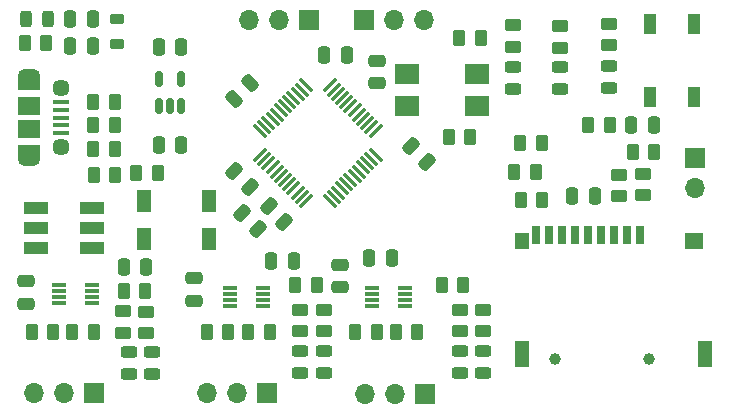
<source format=gts>
G04 #@! TF.GenerationSoftware,KiCad,Pcbnew,8.0.7*
G04 #@! TF.CreationDate,2025-03-03T01:54:19+02:00*
G04 #@! TF.ProjectId,slug_v1_0,736c7567-5f76-4315-9f30-2e6b69636164,rev?*
G04 #@! TF.SameCoordinates,Original*
G04 #@! TF.FileFunction,Soldermask,Top*
G04 #@! TF.FilePolarity,Negative*
%FSLAX46Y46*%
G04 Gerber Fmt 4.6, Leading zero omitted, Abs format (unit mm)*
G04 Created by KiCad (PCBNEW 8.0.7) date 2025-03-03 01:54:19*
%MOMM*%
%LPD*%
G01*
G04 APERTURE LIST*
G04 Aperture macros list*
%AMRoundRect*
0 Rectangle with rounded corners*
0 $1 Rounding radius*
0 $2 $3 $4 $5 $6 $7 $8 $9 X,Y pos of 4 corners*
0 Add a 4 corners polygon primitive as box body*
4,1,4,$2,$3,$4,$5,$6,$7,$8,$9,$2,$3,0*
0 Add four circle primitives for the rounded corners*
1,1,$1+$1,$2,$3*
1,1,$1+$1,$4,$5*
1,1,$1+$1,$6,$7*
1,1,$1+$1,$8,$9*
0 Add four rect primitives between the rounded corners*
20,1,$1+$1,$2,$3,$4,$5,0*
20,1,$1+$1,$4,$5,$6,$7,0*
20,1,$1+$1,$6,$7,$8,$9,0*
20,1,$1+$1,$8,$9,$2,$3,0*%
G04 Aperture macros list end*
%ADD10R,1.700000X1.700000*%
%ADD11O,1.700000X1.700000*%
%ADD12R,1.350000X0.400000*%
%ADD13O,1.900000X1.200000*%
%ADD14R,1.900000X1.200000*%
%ADD15C,1.450000*%
%ADD16R,1.900000X1.500000*%
%ADD17RoundRect,0.250000X-0.262500X-0.450000X0.262500X-0.450000X0.262500X0.450000X-0.262500X0.450000X0*%
%ADD18RoundRect,0.218750X0.381250X-0.218750X0.381250X0.218750X-0.381250X0.218750X-0.381250X-0.218750X0*%
%ADD19RoundRect,0.243750X-0.243750X-0.456250X0.243750X-0.456250X0.243750X0.456250X-0.243750X0.456250X0*%
%ADD20RoundRect,0.250000X-0.250000X-0.475000X0.250000X-0.475000X0.250000X0.475000X-0.250000X0.475000X0*%
%ADD21RoundRect,0.243750X-0.456250X0.243750X-0.456250X-0.243750X0.456250X-0.243750X0.456250X0.243750X0*%
%ADD22RoundRect,0.250000X0.512652X0.159099X0.159099X0.512652X-0.512652X-0.159099X-0.159099X-0.512652X0*%
%ADD23RoundRect,0.250000X0.450000X-0.262500X0.450000X0.262500X-0.450000X0.262500X-0.450000X-0.262500X0*%
%ADD24RoundRect,0.250000X0.250000X0.475000X-0.250000X0.475000X-0.250000X-0.475000X0.250000X-0.475000X0*%
%ADD25R,2.100000X1.700000*%
%ADD26RoundRect,0.087500X-0.537500X-0.087500X0.537500X-0.087500X0.537500X0.087500X-0.537500X0.087500X0*%
%ADD27RoundRect,0.150000X0.150000X-0.512500X0.150000X0.512500X-0.150000X0.512500X-0.150000X-0.512500X0*%
%ADD28RoundRect,0.250000X0.262500X0.450000X-0.262500X0.450000X-0.262500X-0.450000X0.262500X-0.450000X0*%
%ADD29RoundRect,0.250000X-0.512652X-0.159099X-0.159099X-0.512652X0.512652X0.159099X0.159099X0.512652X0*%
%ADD30RoundRect,0.250000X-0.159099X0.512652X-0.512652X0.159099X0.159099X-0.512652X0.512652X-0.159099X0*%
%ADD31R,1.200000X2.200000*%
%ADD32R,1.600000X1.400000*%
%ADD33R,1.200000X1.400000*%
%ADD34R,0.700000X1.600000*%
%ADD35C,1.000000*%
%ADD36RoundRect,0.250000X0.475000X-0.250000X0.475000X0.250000X-0.475000X0.250000X-0.475000X-0.250000X0*%
%ADD37R,2.000000X1.100000*%
%ADD38R,1.100000X1.800000*%
%ADD39RoundRect,0.250000X-0.475000X0.250000X-0.475000X-0.250000X0.475000X-0.250000X0.475000X0.250000X0*%
%ADD40R,1.300000X1.900000*%
%ADD41RoundRect,0.075000X-0.415425X-0.521491X0.521491X0.415425X0.415425X0.521491X-0.521491X-0.415425X0*%
%ADD42RoundRect,0.075000X0.415425X-0.521491X0.521491X-0.415425X-0.415425X0.521491X-0.521491X0.415425X0*%
G04 APERTURE END LIST*
D10*
G04 #@! TO.C,SW4*
X88240000Y-101540000D03*
D11*
X85700000Y-101540000D03*
X83160000Y-101540000D03*
G04 #@! TD*
D12*
G04 #@! TO.C,J4*
X67262500Y-108540000D03*
X67262500Y-109190000D03*
X67262500Y-109840000D03*
X67262500Y-110490000D03*
X67262500Y-111140000D03*
D13*
X64562500Y-106340000D03*
D14*
X64562500Y-106940000D03*
D15*
X67262500Y-107340000D03*
D16*
X64562500Y-108840000D03*
X64562500Y-110840000D03*
D15*
X67262500Y-112340000D03*
D14*
X64562500Y-112740000D03*
D13*
X64562500Y-113340000D03*
G04 #@! TD*
D17*
G04 #@! TO.C,R28*
X64187700Y-103505000D03*
X66012700Y-103505000D03*
G04 #@! TD*
D18*
G04 #@! TO.C,FB1*
X72000000Y-103625000D03*
X72000000Y-101500000D03*
G04 #@! TD*
D19*
G04 #@! TO.C,D8*
X64264300Y-101498400D03*
X66139300Y-101498400D03*
G04 #@! TD*
D20*
G04 #@! TO.C,C10*
X75550000Y-103900000D03*
X77450000Y-103900000D03*
G04 #@! TD*
D21*
G04 #@! TO.C,D9*
X113639600Y-105444200D03*
X113639600Y-107319200D03*
G04 #@! TD*
D22*
G04 #@! TO.C,C9*
X83247151Y-115682951D03*
X81903649Y-114339449D03*
G04 #@! TD*
D23*
G04 #@! TO.C,R23*
X87500000Y-127912500D03*
X87500000Y-126087500D03*
G04 #@! TD*
G04 #@! TO.C,R3*
X114500000Y-116500000D03*
X114500000Y-114675000D03*
G04 #@! TD*
D20*
G04 #@! TO.C,C18*
X72550000Y-122500000D03*
X74450000Y-122500000D03*
G04 #@! TD*
D21*
G04 #@! TO.C,D6*
X87500000Y-129562500D03*
X87500000Y-131437500D03*
G04 #@! TD*
D24*
G04 #@! TO.C,C2*
X91450000Y-104500000D03*
X89550000Y-104500000D03*
G04 #@! TD*
G04 #@! TO.C,C6*
X112450000Y-116500000D03*
X110550000Y-116500000D03*
G04 #@! TD*
D25*
G04 #@! TO.C,X1*
X102450000Y-106150000D03*
X96550000Y-106150000D03*
X96550000Y-108850000D03*
X102450000Y-108850000D03*
G04 #@! TD*
D26*
G04 #@! TO.C,U4*
X81600000Y-124250000D03*
X81600000Y-124750000D03*
X81600000Y-125250000D03*
X81600000Y-125750000D03*
X84400000Y-125750000D03*
X84400000Y-125250000D03*
X84400000Y-124750000D03*
X84400000Y-124250000D03*
G04 #@! TD*
D17*
G04 #@! TO.C,R32*
X70027500Y-114710000D03*
X71852500Y-114710000D03*
G04 #@! TD*
D23*
G04 #@! TO.C,R18*
X72517000Y-128064900D03*
X72517000Y-126239900D03*
G04 #@! TD*
D27*
G04 #@! TO.C,IC1*
X75525000Y-108837500D03*
X76475000Y-108837500D03*
X77425000Y-108837500D03*
X77425000Y-106562500D03*
X75525000Y-106562500D03*
G04 #@! TD*
D28*
G04 #@! TO.C,R16*
X97412500Y-128000000D03*
X95587500Y-128000000D03*
G04 #@! TD*
G04 #@! TO.C,R8*
X101912500Y-111500000D03*
X100087500Y-111500000D03*
G04 #@! TD*
D29*
G04 #@! TO.C,C4*
X84828249Y-117328249D03*
X86171751Y-118671751D03*
G04 #@! TD*
D30*
G04 #@! TO.C,C1*
X83247151Y-106948049D03*
X81903649Y-108291551D03*
G04 #@! TD*
D28*
G04 #@! TO.C,R2*
X117498500Y-112725200D03*
X115673500Y-112725200D03*
G04 #@! TD*
G04 #@! TO.C,R26*
X84912500Y-128000000D03*
X83087500Y-128000000D03*
G04 #@! TD*
D17*
G04 #@! TO.C,R19*
X72571600Y-124500000D03*
X74396600Y-124500000D03*
G04 #@! TD*
D28*
G04 #@! TO.C,R5*
X107950000Y-111988600D03*
X106125000Y-111988600D03*
G04 #@! TD*
D31*
G04 #@! TO.C,J8*
X121750000Y-129850000D03*
X106250000Y-129850000D03*
D32*
X120850000Y-120250000D03*
D33*
X106250000Y-120250000D03*
D34*
X107450000Y-119750000D03*
X108550000Y-119750000D03*
X109650000Y-119750000D03*
X110750000Y-119750000D03*
X111850000Y-119750000D03*
X112950000Y-119750000D03*
X114050000Y-119750000D03*
X115150000Y-119750000D03*
X116250000Y-119750000D03*
D35*
X117050000Y-130250000D03*
X109070000Y-130250000D03*
G04 #@! TD*
D17*
G04 #@! TO.C,R12*
X70007500Y-112510000D03*
X71832500Y-112510000D03*
G04 #@! TD*
D23*
G04 #@! TO.C,R4*
X116500000Y-116412500D03*
X116500000Y-114587500D03*
G04 #@! TD*
D20*
G04 #@! TO.C,C20*
X85050000Y-122000000D03*
X86950000Y-122000000D03*
G04 #@! TD*
D23*
G04 #@! TO.C,R14*
X101000000Y-127912500D03*
X101000000Y-126087500D03*
G04 #@! TD*
D17*
G04 #@! TO.C,R33*
X73617500Y-114550000D03*
X75442500Y-114550000D03*
G04 #@! TD*
D21*
G04 #@! TO.C,D3*
X103000000Y-129562500D03*
X103000000Y-131437500D03*
G04 #@! TD*
D23*
G04 #@! TO.C,R25*
X89500000Y-127912500D03*
X89500000Y-126087500D03*
G04 #@! TD*
D28*
G04 #@! TO.C,R6*
X107440100Y-114477800D03*
X105615100Y-114477800D03*
G04 #@! TD*
D23*
G04 #@! TO.C,R31*
X105500000Y-103850000D03*
X105500000Y-102025000D03*
G04 #@! TD*
D36*
G04 #@! TO.C,C7*
X93980000Y-106944200D03*
X93980000Y-105044200D03*
G04 #@! TD*
D28*
G04 #@! TO.C,R24*
X88912500Y-124000000D03*
X87087500Y-124000000D03*
G04 #@! TD*
D21*
G04 #@! TO.C,D5*
X74980800Y-129697000D03*
X74980800Y-131572000D03*
G04 #@! TD*
D10*
G04 #@! TO.C,J6*
X70027800Y-133172200D03*
D11*
X67487800Y-133172200D03*
X64947800Y-133172200D03*
G04 #@! TD*
D10*
G04 #@! TO.C,J7*
X84668600Y-133166000D03*
D11*
X82128600Y-133166000D03*
X79588600Y-133166000D03*
G04 #@! TD*
D24*
G04 #@! TO.C,C16*
X95250000Y-121710000D03*
X93350000Y-121710000D03*
G04 #@! TD*
D23*
G04 #@! TO.C,R30*
X109474000Y-103937400D03*
X109474000Y-102112400D03*
G04 #@! TD*
D24*
G04 #@! TO.C,C12*
X69950000Y-103784400D03*
X68050000Y-103784400D03*
G04 #@! TD*
D20*
G04 #@! TO.C,C11*
X75525000Y-112125000D03*
X77425000Y-112125000D03*
G04 #@! TD*
D10*
G04 #@! TO.C,J1*
X120950000Y-113250000D03*
D11*
X120950000Y-115790000D03*
G04 #@! TD*
D37*
G04 #@! TO.C,D12*
X65110000Y-117470000D03*
X65110000Y-119170000D03*
X65110000Y-120870000D03*
X69910000Y-120870000D03*
X69910000Y-119170000D03*
X69910000Y-117470000D03*
G04 #@! TD*
D29*
G04 #@! TO.C,C8*
X82589449Y-117895449D03*
X83932951Y-119238951D03*
G04 #@! TD*
D17*
G04 #@! TO.C,R13*
X99500000Y-124000000D03*
X101325000Y-124000000D03*
G04 #@! TD*
D28*
G04 #@! TO.C,R9*
X71825000Y-110500000D03*
X70000000Y-110500000D03*
G04 #@! TD*
D22*
G04 #@! TO.C,C3*
X98207751Y-113625551D03*
X96864249Y-112282049D03*
G04 #@! TD*
D21*
G04 #@! TO.C,D2*
X101000000Y-129562500D03*
X101000000Y-131437500D03*
G04 #@! TD*
D10*
G04 #@! TO.C,J5*
X98069400Y-133248400D03*
D11*
X95529400Y-133248400D03*
X92989400Y-133248400D03*
G04 #@! TD*
D38*
G04 #@! TO.C,SW5*
X120850000Y-101900000D03*
X120850000Y-108100000D03*
X117150000Y-101900000D03*
X117150000Y-108100000D03*
G04 #@! TD*
D28*
G04 #@! TO.C,R10*
X71825000Y-108500000D03*
X70000000Y-108500000D03*
G04 #@! TD*
G04 #@! TO.C,R27*
X81412500Y-128000000D03*
X79587500Y-128000000D03*
G04 #@! TD*
D21*
G04 #@! TO.C,D11*
X105500000Y-105562500D03*
X105500000Y-107437500D03*
G04 #@! TD*
D28*
G04 #@! TO.C,R7*
X107998900Y-116840000D03*
X106173900Y-116840000D03*
G04 #@! TD*
D10*
G04 #@! TO.C,J3*
X92920000Y-101600000D03*
D11*
X95460000Y-101600000D03*
X98000000Y-101600000D03*
G04 #@! TD*
D24*
G04 #@! TO.C,C5*
X117450000Y-110500000D03*
X115550000Y-110500000D03*
G04 #@! TD*
D28*
G04 #@! TO.C,R21*
X70051300Y-127990600D03*
X68226300Y-127990600D03*
G04 #@! TD*
D23*
G04 #@! TO.C,R15*
X103000000Y-127912500D03*
X103000000Y-126087500D03*
G04 #@! TD*
D17*
G04 #@! TO.C,R1*
X111914300Y-110490000D03*
X113739300Y-110490000D03*
G04 #@! TD*
D21*
G04 #@! TO.C,D7*
X89500000Y-129625000D03*
X89500000Y-131500000D03*
G04 #@! TD*
D23*
G04 #@! TO.C,R29*
X113639600Y-103731700D03*
X113639600Y-101906700D03*
G04 #@! TD*
D24*
G04 #@! TO.C,C13*
X69950000Y-101500000D03*
X68050000Y-101500000D03*
G04 #@! TD*
D28*
G04 #@! TO.C,R22*
X66596900Y-127990600D03*
X64771900Y-127990600D03*
G04 #@! TD*
D39*
G04 #@! TO.C,C19*
X78486000Y-123459200D03*
X78486000Y-125359200D03*
G04 #@! TD*
D21*
G04 #@! TO.C,D4*
X72974200Y-129697000D03*
X72974200Y-131572000D03*
G04 #@! TD*
D28*
G04 #@! TO.C,R17*
X94000000Y-128000000D03*
X92175000Y-128000000D03*
G04 #@! TD*
D39*
G04 #@! TO.C,C17*
X64287400Y-123687800D03*
X64287400Y-125587800D03*
G04 #@! TD*
D21*
G04 #@! TO.C,D10*
X109474000Y-105562400D03*
X109474000Y-107437400D03*
G04 #@! TD*
D26*
G04 #@! TO.C,U3*
X67053000Y-124014800D03*
X67053000Y-124514800D03*
X67053000Y-125014800D03*
X67053000Y-125514800D03*
X69853000Y-125514800D03*
X69853000Y-125014800D03*
X69853000Y-124514800D03*
X69853000Y-124014800D03*
G04 #@! TD*
D40*
G04 #@! TO.C,Y2*
X79750000Y-116900000D03*
X74250000Y-116900000D03*
X74250000Y-120100000D03*
X79750000Y-120100000D03*
G04 #@! TD*
D41*
G04 #@! TO.C,U1*
X84112124Y-112998788D03*
X84465678Y-113352342D03*
X84819231Y-113705895D03*
X85172785Y-114059449D03*
X85526338Y-114413002D03*
X85879891Y-114766555D03*
X86233445Y-115120109D03*
X86586998Y-115473662D03*
X86940551Y-115827215D03*
X87294105Y-116180769D03*
X87647658Y-116534322D03*
X88001212Y-116887876D03*
D42*
X89998788Y-116887876D03*
X90352342Y-116534322D03*
X90705895Y-116180769D03*
X91059449Y-115827215D03*
X91413002Y-115473662D03*
X91766555Y-115120109D03*
X92120109Y-114766555D03*
X92473662Y-114413002D03*
X92827215Y-114059449D03*
X93180769Y-113705895D03*
X93534322Y-113352342D03*
X93887876Y-112998788D03*
D41*
X93887876Y-111001212D03*
X93534322Y-110647658D03*
X93180769Y-110294105D03*
X92827215Y-109940551D03*
X92473662Y-109586998D03*
X92120109Y-109233445D03*
X91766555Y-108879891D03*
X91413002Y-108526338D03*
X91059449Y-108172785D03*
X90705895Y-107819231D03*
X90352342Y-107465678D03*
X89998788Y-107112124D03*
D42*
X88001212Y-107112124D03*
X87647658Y-107465678D03*
X87294105Y-107819231D03*
X86940551Y-108172785D03*
X86586998Y-108526338D03*
X86233445Y-108879891D03*
X85879891Y-109233445D03*
X85526338Y-109586998D03*
X85172785Y-109940551D03*
X84819231Y-110294105D03*
X84465678Y-110647658D03*
X84112124Y-111001212D03*
G04 #@! TD*
D39*
G04 #@! TO.C,C15*
X90855800Y-122290800D03*
X90855800Y-124190800D03*
G04 #@! TD*
D23*
G04 #@! TO.C,R20*
X74422000Y-128092200D03*
X74422000Y-126267200D03*
G04 #@! TD*
D17*
G04 #@! TO.C,R11*
X100992300Y-103098600D03*
X102817300Y-103098600D03*
G04 #@! TD*
D26*
G04 #@! TO.C,U5*
X93600000Y-124250000D03*
X93600000Y-124750000D03*
X93600000Y-125250000D03*
X93600000Y-125750000D03*
X96400000Y-125750000D03*
X96400000Y-125250000D03*
X96400000Y-124750000D03*
X96400000Y-124250000D03*
G04 #@! TD*
M02*

</source>
